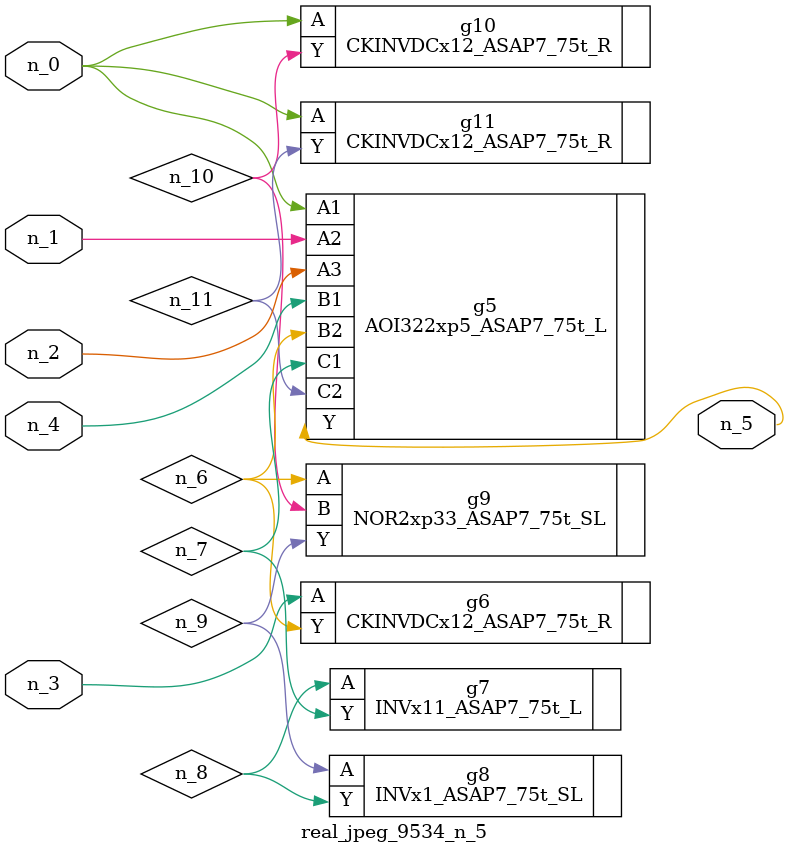
<source format=v>
module real_jpeg_9534_n_5 (n_4, n_0, n_1, n_2, n_3, n_5);

input n_4;
input n_0;
input n_1;
input n_2;
input n_3;

output n_5;

wire n_8;
wire n_11;
wire n_6;
wire n_7;
wire n_10;
wire n_9;

AOI322xp5_ASAP7_75t_L g5 ( 
.A1(n_0),
.A2(n_1),
.A3(n_2),
.B1(n_4),
.B2(n_6),
.C1(n_7),
.C2(n_11),
.Y(n_5)
);

CKINVDCx12_ASAP7_75t_R g10 ( 
.A(n_0),
.Y(n_10)
);

CKINVDCx12_ASAP7_75t_R g11 ( 
.A(n_0),
.Y(n_11)
);

CKINVDCx12_ASAP7_75t_R g6 ( 
.A(n_3),
.Y(n_6)
);

NOR2xp33_ASAP7_75t_SL g9 ( 
.A(n_6),
.B(n_10),
.Y(n_9)
);

INVx11_ASAP7_75t_L g7 ( 
.A(n_8),
.Y(n_7)
);

INVx1_ASAP7_75t_SL g8 ( 
.A(n_9),
.Y(n_8)
);


endmodule
</source>
